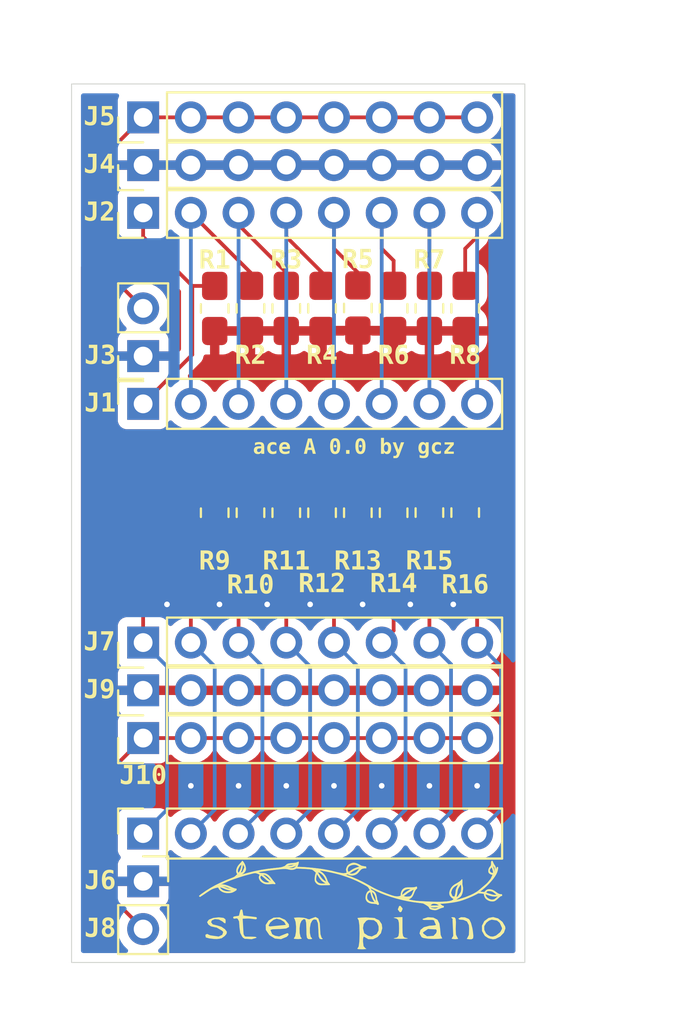
<source format=kicad_pcb>
(kicad_pcb (version 20240108) (generator "pcbnew") (generator_version "8.0")
  (layers (0 "F.Cu" signal) (31 "B.Cu" signal) (34 "B.Paste" user) (35 "F.Paste" user) (36 "B.SilkS" user "B.Silkscreen") (37 "F.SilkS" user "F.Silkscreen") (38 "B.Mask" user) (39 "F.Mask" user) (44 "Edge.Cuts" user))
  (net 0 "")
  (net 1 "Net-(J1-Pin_8)")
  (net 2 "Net-(J1-Pin_3)")
  (net 3 "Net-(J1-Pin_5)")
  (net 4 "Net-(J1-Pin_1)")
  (net 5 "Net-(J1-Pin_7)")
  (net 6 "Net-(J1-Pin_2)")
  (net 7 "Net-(J1-Pin_6)")
  (net 8 "Net-(J1-Pin_4)")
  (net 9 "Net-(J3-Pin_2)")
  (net 10 "Net-(J6-Pin_7)")
  (net 11 "Net-(J6-Pin_6)")
  (net 12 "Net-(J6-Pin_4)")
  (net 13 "Net-(J6-Pin_8)")
  (net 14 "Net-(J6-Pin_5)")
  (net 15 "Net-(J6-Pin_3)")
  (net 16 "Net-(J10-Pin_1)")
  (net 17 "Net-(J6-Pin_1)")
  (net 18 "Net-(J6-Pin_2)")
  (net 19 "GND")
  (footprint "stem_piano_footprints:R_0805_2012_1.20x1.40mm_medpad" (layer "F.Cu") (at 132.715 45.72 -90)
    (property "Reference" "R2" (at 2.54 0 180) (layer "F.SilkS") (effects (font (thickness 0.2) (bold yes))))
    (property "Value" "R" (hide yes))
    (pad "1" smd roundrect (at -1.2 0 270) (size 1.5 1.35) (layers "F.Cu" "F.Paste" "F.Mask") (roundrect_rratio 0.208) (net 6 "Net-(J1-Pin_2)"))
    (pad "2" smd roundrect (at 1.2 0 270) (size 1.5 1.35) (layers "F.Cu" "F.Paste" "F.Mask") (roundrect_rratio 0.208) (net 19 "GND"))
  )
  (footprint "stem_piano_footprints:R_0805_2012_1.20x1.40mm_medpad" (layer "F.Cu") (at 144.145 45.72 -90)
    (property "Reference" "R8" (at 2.54 0 180) (layer "F.SilkS") (effects (font (thickness 0.2) (bold yes))))
    (property "Value" "R" (hide yes))
    (pad "1" smd roundrect (at -1.2 0 270) (size 1.5 1.35) (layers "F.Cu" "F.Paste" "F.Mask") (roundrect_rratio 0.208) (net 1 "Net-(J1-Pin_8)"))
    (pad "2" smd roundrect (at 1.2 0 270) (size 1.5 1.35) (layers "F.Cu" "F.Paste" "F.Mask") (roundrect_rratio 0.208) (net 19 "GND"))
  )
  (footprint "stem_piano_footprints:R_0805_2012_1.20x1.40mm_medpad" (layer "F.Cu") (at 130.81 56.5912 90)
    (property "Reference" "R9" (at -2.61 0 0) (layer "F.SilkS") (effects (font (thickness 0.2) (bold yes))))
    (property "Value" "R" (hide yes))
    (pad "1" smd roundrect (at -1.2 0 90) (size 1.5 1.35) (layers "F.Cu" "F.Paste" "F.Mask") (roundrect_rratio 0.208) (net 17 "Net-(J6-Pin_1)"))
    (pad "2" smd roundrect (at 1.2 0 90) (size 1.5 1.35) (layers "F.Cu" "F.Paste" "F.Mask") (roundrect_rratio 0.208) (net 19 "GND"))
  )
  (footprint "stem_piano_footprints:R_0805_2012_1.20x1.40mm_medpad" (layer "F.Cu") (at 142.24 56.585 90)
    (property "Reference" "R15" (at -2.61 0 0) (layer "F.SilkS") (effects (font (thickness 0.2) (bold yes))))
    (property "Value" "R" (hide yes))
    (pad "1" smd roundrect (at -1.2 0 90) (size 1.5 1.35) (layers "F.Cu" "F.Paste" "F.Mask") (roundrect_rratio 0.208) (net 10 "Net-(J6-Pin_7)"))
    (pad "2" smd roundrect (at 1.2 0 90) (size 1.5 1.35) (layers "F.Cu" "F.Paste" "F.Mask") (roundrect_rratio 0.208) (net 19 "GND"))
  )
  (footprint "Connector_PinSocket_2.54mm:PinSocket_1x08_P2.54mm_Vertical" (layer "F.Cu") (at 127 73.66 90)
    (property "Reference" "J6" (at -2.54 -2.286 0) (layer "F.SilkS") (effects (font (thickness 0.2) (bold yes))))
    (property "Value" "Conn_01x08_Socket")
    (pad "1" thru_hole rect (at 0 0 90) (size 1.7 1.7) (drill 1) (layers "*.Cu" "*.Mask") (net 17 "Net-(J6-Pin_1)"))
    (pad "2" thru_hole oval (at 0 2.54 90) (size 1.7 1.7) (drill 1) (layers "*.Cu" "*.Mask") (net 18 "Net-(J6-Pin_2)"))
    (pad "3" thru_hole oval (at 0 5.08 90) (size 1.7 1.7) (drill 1) (layers "*.Cu" "*.Mask") (net 15 "Net-(J6-Pin_3)"))
    (pad "4" thru_hole oval (at 0 7.62 90) (size 1.7 1.7) (drill 1) (layers "*.Cu" "*.Mask") (net 12 "Net-(J6-Pin_4)"))
    (pad "5" thru_hole oval (at 0 10.16 90) (size 1.7 1.7) (drill 1) (layers "*.Cu" "*.Mask") (net 14 "Net-(J6-Pin_5)"))
    (pad "6" thru_hole oval (at 0 12.7 90) (size 1.7 1.7) (drill 1) (layers "*.Cu" "*.Mask") (net 11 "Net-(J6-Pin_6)"))
    (pad "7" thru_hole oval (at 0 15.24 90) (size 1.7 1.7) (drill 1) (layers "*.Cu" "*.Mask") (net 10 "Net-(J6-Pin_7)"))
    (pad "8" thru_hole oval (at 0 17.78 90) (size 1.7 1.7) (drill 1) (layers "*.Cu" "*.Mask") (net 13 "Net-(J6-Pin_8)"))
  )
  (footprint "Connector_PinHeader_2.54mm:PinHeader_1x08_P2.54mm_Vertical" (layer "F.Cu") (at 127 66.04 90)
    (property "Reference" "J9" (at 0 -2.33 0) (layer "F.SilkS") (effects (font (thickness 0.2) (bold yes))))
    (property "Value" "Conn_01x08_Pin")
    (pad "1" thru_hole rect (at 0 0 90) (size 1.7 1.7) (drill 1) (layers "*.Cu" "*.Mask") (net 19 "GND"))
    (pad "2" thru_hole oval (at 0 2.54 90) (size 1.7 1.7) (drill 1) (layers "*.Cu" "*.Mask") (net 19 "GND"))
    (pad "3" thru_hole oval (at 0 5.08 90) (size 1.7 1.7) (drill 1) (layers "*.Cu" "*.Mask") (net 19 "GND"))
    (pad "4" thru_hole oval (at 0 7.62 90) (size 1.7 1.7) (drill 1) (layers "*.Cu" "*.Mask") (net 19 "GND"))
    (pad "5" thru_hole oval (at 0 10.16 90) (size 1.7 1.7) (drill 1) (layers "*.Cu" "*.Mask") (net 19 "GND"))
    (pad "6" thru_hole oval (at 0 12.7 90) (size 1.7 1.7) (drill 1) (layers "*.Cu" "*.Mask") (net 19 "GND"))
    (pad "7" thru_hole oval (at 0 15.24 90) (size 1.7 1.7) (drill 1) (layers "*.Cu" "*.Mask") (net 19 "GND"))
    (pad "8" thru_hole oval (at 0 17.78 90) (size 1.7 1.7) (drill 1) (layers "*.Cu" "*.Mask") (net 19 "GND"))
  )
  (footprint "stem_piano_footprints:R_0805_2012_1.20x1.40mm_medpad" (layer "F.Cu") (at 134.62 45.72 -90)
    (property "Reference" "R3" (at -2.54 0 180) (layer "F.SilkS") (effects (font (thickness 0.2) (bold yes))))
    (property "Value" "R" (hide yes))
    (pad "1" smd roundrect (at -1.2 0 270) (size 1.5 1.35) (layers "F.Cu" "F.Paste" "F.Mask") (roundrect_rratio 0.208) (net 2 "Net-(J1-Pin_3)"))
    (pad "2" smd roundrect (at 1.2 0 270) (size 1.5 1.35) (layers "F.Cu" "F.Paste" "F.Mask") (roundrect_rratio 0.208) (net 19 "GND"))
  )
  (footprint "stem_piano_footprints:R_0805_2012_1.20x1.40mm_medpad" (layer "F.Cu") (at 144.145 56.585 90)
    (property "Reference" "R16" (at -3.88 0 0) (layer "F.SilkS") (effects (font (thickness 0.2) (bold yes))))
    (property "Value" "R" (hide yes))
    (pad "1" smd roundrect (at -1.2 0 90) (size 1.5 1.35) (layers "F.Cu" "F.Paste" "F.Mask") (roundrect_rratio 0.208) (net 13 "Net-(J6-Pin_8)"))
    (pad "2" smd roundrect (at 1.2 0 90) (size 1.5 1.35) (layers "F.Cu" "F.Paste" "F.Mask") (roundrect_rratio 0.208) (net 19 "GND"))
  )
  (footprint "stem_piano_footprints:R_0805_2012_1.20x1.40mm_medpad" (layer "F.Cu") (at 142.24 45.72 -90)
    (property "Reference" "R7" (at -2.54 0 180) (layer "F.SilkS") (effects (font (thickness 0.2) (bold yes))))
    (property "Value" "R" (hide yes))
    (pad "1" smd roundrect (at -1.2 0 270) (size 1.5 1.35) (layers "F.Cu" "F.Paste" "F.Mask") (roundrect_rratio 0.208) (net 5 "Net-(J1-Pin_7)"))
    (pad "2" smd roundrect (at 1.2 0 270) (size 1.5 1.35) (layers "F.Cu" "F.Paste" "F.Mask") (roundrect_rratio 0.208) (net 19 "GND"))
  )
  (footprint "stem_piano_footprints:R_0805_2012_1.20x1.40mm_medpad" (layer "F.Cu") (at 132.715 56.5912 90)
    (property "Reference" "R10" (at -3.88 0 0) (layer "F.SilkS") (effects (font (thickness 0.2) (bold yes))))
    (property "Value" "R" (hide yes))
    (pad "1" smd roundrect (at -1.2 0 90) (size 1.5 1.35) (layers "F.Cu" "F.Paste" "F.Mask") (roundrect_rratio 0.208) (net 18 "Net-(J6-Pin_2)"))
    (pad "2" smd roundrect (at 1.2 0 90) (size 1.5 1.35) (layers "F.Cu" "F.Paste" "F.Mask") (roundrect_rratio 0.208) (net 19 "GND"))
  )
  (footprint "Connector_PinHeader_2.54mm:PinHeader_1x08_P2.54mm_Vertical" (layer "F.Cu") (at 127 68.58 90)
    (property "Reference" "J10" (at -2.032 0 0) (layer "F.SilkS") (effects (font (thickness 0.2) (bold yes))))
    (property "Value" "Conn_01x08_Pin")
    (pad "1" thru_hole rect (at 0 0 90) (size 1.7 1.7) (drill 1) (layers "*.Cu" "*.Mask") (net 16 "Net-(J10-Pin_1)"))
    (pad "2" thru_hole oval (at 0 2.54 90) (size 1.7 1.7) (drill 1) (layers "*.Cu" "*.Mask") (net 16 "Net-(J10-Pin_1)"))
    (pad "3" thru_hole oval (at 0 5.08 90) (size 1.7 1.7) (drill 1) (layers "*.Cu" "*.Mask") (net 16 "Net-(J10-Pin_1)"))
    (pad "4" thru_hole oval (at 0 7.62 90) (size 1.7 1.7) (drill 1) (layers "*.Cu" "*.Mask") (net 16 "Net-(J10-Pin_1)"))
    (pad "5" thru_hole oval (at 0 10.16 90) (size 1.7 1.7) (drill 1) (layers "*.Cu" "*.Mask") (net 16 "Net-(J10-Pin_1)"))
    (pad "6" thru_hole oval (at 0 12.7 90) (size 1.7 1.7) (drill 1) (layers "*.Cu" "*.Mask") (net 16 "Net-(J10-Pin_1)"))
    (pad "7" thru_hole oval (at 0 15.24 90) (size 1.7 1.7) (drill 1) (layers "*.Cu" "*.Mask") (net 16 "Net-(J10-Pin_1)"))
    (pad "8" thru_hole oval (at 0 17.78 90) (size 1.7 1.7) (drill 1) (layers "*.Cu" "*.Mask") (net 16 "Net-(J10-Pin_1)"))
  )
  (footprint "Connector_PinHeader_2.54mm:PinHeader_1x08_P2.54mm_Vertical" (layer "F.Cu") (at 127 40.64 90)
    (property "Reference" "J2" (at 0 -2.33 0) (layer "F.SilkS") (effects (font (thickness 0.2) (bold yes))))
    (property "Value" "Conn_01x08_Pin")
    (pad "1" thru_hole rect (at 0 0 90) (size 1.7 1.7) (drill 1) (layers "*.Cu" "*.Mask") (net 4 "Net-(J1-Pin_1)"))
    (pad "2" thru_hole oval (at 0 2.54 90) (size 1.7 1.7) (drill 1) (layers "*.Cu" "*.Mask") (net 6 "Net-(J1-Pin_2)"))
    (pad "3" thru_hole oval (at 0 5.08 90) (size 1.7 1.7) (drill 1) (layers "*.Cu" "*.Mask") (net 2 "Net-(J1-Pin_3)"))
    (pad "4" thru_hole oval (at 0 7.62 90) (size 1.7 1.7) (drill 1) (layers "*.Cu" "*.Mask") (net 8 "Net-(J1-Pin_4)"))
    (pad "5" thru_hole oval (at 0 10.16 90) (size 1.7 1.7) (drill 1) (layers "*.Cu" "*.Mask") (net 3 "Net-(J1-Pin_5)"))
    (pad "6" thru_hole oval (at 0 12.7 90) (size 1.7 1.7) (drill 1) (layers "*.Cu" "*.Mask") (net 7 "Net-(J1-Pin_6)"))
    (pad "7" thru_hole oval (at 0 15.24 90) (size 1.7 1.7) (drill 1) (layers "*.Cu" "*.Mask") (net 5 "Net-(J1-Pin_7)"))
    (pad "8" thru_hole oval (at 0 17.78 90) (size 1.7 1.7) (drill 1) (layers "*.Cu" "*.Mask") (net 1 "Net-(J1-Pin_8)"))
  )
  (footprint "stem_piano_footprints:stem_branch_07_inch" (layer "F.Cu") (at 137.922 76.454)
    (property "Reference" "G***" (hide yes))
    (property "Value" "LOGO" (hide yes))
  )
  (footprint "stem_piano_footprints:R_0805_2012_1.20x1.40mm_medpad" (layer "F.Cu") (at 134.62 56.5912 90)
    (property "Reference" "R11" (at -2.61 0 0) (layer "F.SilkS") (effects (font (thickness 0.2) (bold yes))))
    (property "Value" "R" (hide yes))
    (pad "1" smd roundrect (at -1.2 0 90) (size 1.5 1.35) (layers "F.Cu" "F.Paste" "F.Mask") (roundrect_rratio 0.208) (net 15 "Net-(J6-Pin_3)"))
    (pad "2" smd roundrect (at 1.2 0 90) (size 1.5 1.35) (layers "F.Cu" "F.Paste" "F.Mask") (roundrect_rratio 0.208) (net 19 "GND"))
  )
  (footprint "stem_piano_footprints:stem_name_07_inch" (layer "F.Cu") (at 138.43 78.74)
    (property "Reference" "G***" (hide yes))
    (property "Value" "LOGO" (hide yes))
  )
  (footprint "stem_piano_footprints:R_0805_2012_1.20x1.40mm_medpad" (layer "F.Cu") (at 130.81 45.7262 -90)
    (property "Reference" "R1" (at -2.54 0 180) (layer "F.SilkS") (effects (font (thickness 0.2) (bold yes))))
    (property "Value" "R" (hide yes))
    (pad "1" smd roundrect (at -1.2 0 270) (size 1.5 1.35) (layers "F.Cu" "F.Paste" "F.Mask") (roundrect_rratio 0.208) (net 4 "Net-(J1-Pin_1)"))
    (pad "2" smd roundrect (at 1.2 0 270) (size 1.5 1.35) (layers "F.Cu" "F.Paste" "F.Mask") (roundrect_rratio 0.208) (net 19 "GND"))
  )
  (footprint "Connector_PinHeader_2.54mm:PinHeader_1x08_P2.54mm_Vertical" (layer "F.Cu") (at 127 63.5 90)
    (property "Reference" "J7" (at 0 -2.33 0) (layer "F.SilkS") (effects (font (thickness 0.2) (bold yes))))
    (property "Value" "Conn_01x08_Pin")
    (pad "1" thru_hole rect (at 0 0 90) (size 1.7 1.7) (drill 1) (layers "*.Cu" "*.Mask") (net 17 "Net-(J6-Pin_1)"))
    (pad "2" thru_hole oval (at 0 2.54 90) (size 1.7 1.7) (drill 1) (layers "*.Cu" "*.Mask") (net 18 "Net-(J6-Pin_2)"))
    (pad "3" thru_hole oval (at 0 5.08 90) (size 1.7 1.7) (drill 1) (layers "*.Cu" "*.Mask") (net 15 "Net-(J6-Pin_3)"))
    (pad "4" thru_hole oval (at 0 7.62 90) (size 1.7 1.7) (drill 1) (layers "*.Cu" "*.Mask") (net 12 "Net-(J6-Pin_4)"))
    (pad "5" thru_hole oval (at 0 10.16 90) (size 1.7 1.7) (drill 1) (layers "*.Cu" "*.Mask") (net 14 "Net-(J6-Pin_5)"))
    (pad "6" thru_hole oval (at 0 12.7 90) (size 1.7 1.7) (drill 1) (layers "*.Cu" "*.Mask") (net 11 "Net-(J6-Pin_6)"))
    (pad "7" thru_hole oval (at 0 15.24 90) (size 1.7 1.7) (drill 1) (layers "*.Cu" "*.Mask") (net 10 "Net-(J6-Pin_7)"))
    (pad "8" thru_hole oval (at 0 17.78 90) (size 1.7 1.7) (drill 1) (layers "*.Cu" "*.Mask") (net 13 "Net-(J6-Pin_8)"))
  )
  (footprint "Connector_PinSocket_2.54mm:PinSocket_1x08_P2.54mm_Vertical" (layer "F.Cu") (at 127 50.8 90)
    (property "Reference" "J1" (at 0 -2.286 0) (layer "F.SilkS") (effects (font (thickness 0.2) (bold yes))))
    (property "Value" "Conn_01x08_Socket")
    (pad "1" thru_hole rect (at 0 0 90) (size 1.7 1.7) (drill 1) (layers "*.Cu" "*.Mask") (net 4 "Net-(J1-Pin_1)"))
    (pad "2" thru_hole oval (at 0 2.54 90) (size 1.7 1.7) (drill 1) (layers "*.Cu" "*.Mask") (net 6 "Net-(J1-Pin_2)"))
    (pad "3" thru_hole oval (at 0 5.08 90) (size 1.7 1.7) (drill 1) (layers "*.Cu" "*.Mask") (net 2 "Net-(J1-Pin_3)"))
    (pad "4" thru_hole oval (at 0 7.62 90) (size 1.7 1.7) (drill 1) (layers "*.Cu" "*.Mask") (net 8 "Net-(J1-Pin_4)"))
    (pad "5" thru_hole oval (at 0 10.16 90) (size 1.7 1.7) (drill 1) (layers "*.Cu" "*.Mask") (net 3 "Net-(J1-Pin_5)"))
    (pad "6" thru_hole oval (at 0 12.7 90) (size 1.7 1.7) (drill 1) (layers "*.Cu" "*.Mask") (net 7 "Net-(J1-Pin_6)"))
    (pad "7" thru_hole oval (at 0 15.24 90) (size 1.7 1.7) (drill 1) (layers "*.Cu" "*.Mask") (net 5 "Net-(J1-Pin_7)"))
    (pad "8" thru_hole oval (at 0 17.78 90) (size 1.7 1.7) (drill 1) (layers "*.Cu" "*.Mask") (net 1 "Net-(J1-Pin_8)"))
  )
  (footprint "stem_piano_footprints:R_0805_2012_1.20x1.40mm_medpad" (layer "F.Cu") (at 136.525 45.72 -90)
    (property "Reference" "R4" (at 2.54 0 180) (layer "F.SilkS") (effects (font (thickness 0.2) (bold yes))))
    (property "Value" "R" (hide yes))
    (pad "1" smd roundrect (at -1.2 0 270) (size 1.5 1.35) (layers "F.Cu" "F.Paste" "F.Mask") (roundrect_rratio 0.208) (net 8 "Net-(J1-Pin_4)"))
    (pad "2" smd roundrect (at 1.2 0 270) (size 1.5 1.35) (layers "F.Cu" "F.Paste" "F.Mask") (roundrect_rratio 0.208) (net 19 "GND"))
  )
  (footprint "Connector_PinHeader_2.54mm:PinHeader_1x08_P2.54mm_Vertical" (layer "F.Cu") (at 127 35.56 90)
    (property "Reference" "J5" (at 0 -2.33 0) (layer "F.SilkS") (effects (font (thickness 0.2) (bold yes))))
    (property "Value" "Conn_01x08_Pin")
    (pad "1" thru_hole rect (at 0 0 90) (size 1.7 1.7) (drill 1) (layers "*.Cu" "*.Mask") (net 9 "Net-(J3-Pin_2)"))
    (pad "2" thru_hole oval (at 0 2.54 90) (size 1.7 1.7) (drill 1) (layers "*.Cu" "*.Mask") (net 9 "Net-(J3-Pin_2)"))
    (pad "3" thru_hole oval (at 0 5.08 90) (size 1.7 1.7) (drill 1) (layers "*.Cu" "*.Mask") (net 9 "Net-(J3-Pin_2)"))
    (pad "4" thru_hole oval (at 0 7.62 90) (size 1.7 1.7) (drill 1) (layers "*.Cu" "*.Mask") (net 9 "Net-(J3-Pin_2)"))
    (pad "5" thru_hole oval (at 0 10.16 90) (size 1.7 1.7) (drill 1) (layers "*.Cu" "*.Mask") (net 9 "Net-(J3-Pin_2)"))
    (pad "6" thru_hole oval (at 0 12.7 90) (size 1.7 1.7) (drill 1) (layers "*.Cu" "*.Mask") (net 9 "Net-(J3-Pin_2)"))
    (pad "7" thru_hole oval (at 0 15.24 90) (size 1.7 1.7) (drill 1) (layers "*.Cu" "*.Mask") (net 9 "Net-(J3-Pin_2)"))
    (pad "8" thru_hole oval (at 0 17.78 90) (size 1.7 1.7) (drill 1) (layers "*.Cu" "*.Mask") (net 9 "Net-(J3-Pin_2)"))
  )
  (footprint "stem_piano_footprints:R_0805_2012_1.20x1.40mm_medpad" (layer "F.Cu") (at 138.43 45.7008 -90)
    (property "Reference" "R5" (at -2.54 0 180) (layer "F.SilkS") (effects (font (thickness 0.2) (bold yes))))
    (property "Value" "R" (hide yes))
    (pad "1" smd roundrect (at -1.2 0 270) (size 1.5 1.35) (layers "F.Cu" "F.Paste" "F.Mask") (roundrect_rratio 0.208) (net 3 "Net-(J1-Pin_5)"))
    (pad "2" smd roundrect (at 1.2 0 270) (size 1.5 1.35) (layers "F.Cu" "F.Paste" "F.Mask") (roundrect_rratio 0.208) (net 19 "GND"))
  )
  (footprint "Connector_PinHeader_2.54mm:PinHeader_1x08_P2.54mm_Vertical" (layer "F.Cu") (at 127 38.1 90)
    (property "Reference" "J4" (at 0 -2.33 0) (layer "F.SilkS") (effects (font (thickness 0.2) (bold yes))))
    (property "Value" "Conn_01x08_Pin")
    (pad "1" thru_hole rect (at 0 0 90) (size 1.7 1.7) (drill 1) (layers "*.Cu" "*.Mask") (net 19 "GND"))
    (pad "2" thru_hole oval (at 0 2.54 90) (size 1.7 1.7) (drill 1) (layers "*.Cu" "*.Mask") (net 19 "GND"))
    (pad "3" thru_hole oval (at 0 5.08 90) (size 1.7 1.7) (drill 1) (layers "*.Cu" "*.Mask") (net 19 "GND"))
    (pad "4" thru_hole oval (at 0 7.62 90) (size 1.7 1.7) (drill 1) (layers "*.Cu" "*.Mask") (net 19 "GND"))
    (pad "5" thru_hole oval (at 0 10.16 90) (size 1.7 1.7) (drill 1) (layers "*.Cu" "*.Mask") (net 19 "GND"))
    (pad "6" thru_hole oval (at 0 12.7 90) (size 1.7 1.7) (drill 1) (layers "*.Cu" "*.Mask") (net 19 "GND"))
    (pad "7" thru_hole oval (at 0 15.24 90) (size 1.7 1.7) (drill 1) (layers "*.Cu" "*.Mask") (net 19 "GND"))
    (pad "8" thru_hole oval (at 0 17.78 90) (size 1.7 1.7) (drill 1) (layers "*.Cu" "*.Mask") (net 19 "GND"))
  )
  (footprint "stem_piano_footprints:R_0805_2012_1.20x1.40mm_medpad" (layer "F.Cu") (at 136.525 56.5912 90)
    (property "Reference" "R12" (at -3.81 0 0) (layer "F.SilkS") (effects (font (thickness 0.2) (bold yes))))
    (property "Value" "R" (hide yes))
    (pad "1" smd roundrect (at -1.2 0 90) (size 1.5 1.35) (layers "F.Cu" "F.Paste" "F.Mask") (roundrect_rratio 0.208) (net 12 "Net-(J6-Pin_4)"))
    (pad "2" smd roundrect (at 1.2 0 90) (size 1.5 1.35) (layers "F.Cu" "F.Paste" "F.Mask") (roundrect_rratio 0.208) (net 19 "GND"))
  )
  (footprint "Connector_PinSocket_2.54mm:PinSocket_1x02_P2.54mm_Vertical" (layer "F.Cu") (at 127 76.2)
    (property "Reference" "J8" (at -2.286 2.54 0) (layer "F.SilkS") (effects (font (thickness 0.2) (bold yes))))
    (property "Value" "Conn_01x02_Socket")
    (pad "1" thru_hole rect (at 0 0) (size 1.7 1.7) (drill 1) (layers "*.Cu" "*.Mask") (net 19 "GND"))
    (pad "2" thru_hole oval (at 0 2.54) (size 1.7 1.7) (drill 1) (layers "*.Cu" "*.Mask") (net 16 "Net-(J10-Pin_1)"))
  )
  (footprint "stem_piano_footprints:R_0805_2012_1.20x1.40mm_medpad" (layer "F.Cu") (at 140.335 56.5912 90)
    (property "Reference" "R14" (at -3.81 0 0) (layer "F.SilkS") (effects (font (thickness 0.2) (bold yes))))
    (property "Value" "R" (hide yes))
    (pad "1" smd roundrect (at -1.2 0 90) (size 1.5 1.35) (layers "F.Cu" "F.Paste" "F.Mask") (roundrect_rratio 0.208) (net 11 "Net-(J6-Pin_6)"))
    (pad "2" smd roundrect (at 1.2 0 90) (size 1.5 1.35) (layers "F.Cu" "F.Paste" "F.Mask") (roundrect_rratio 0.208) (net 19 "GND"))
  )
  (footprint "stem_piano_footprints:R_0805_2012_1.20x1.40mm_medpad" (layer "F.Cu") (at 140.335 45.72 -90)
    (property "Reference" "R6" (at 2.54 0 180) (layer "F.SilkS") (effects (font (thickness 0.2) (bold yes))))
    (property "Value" "R" (hide yes))
    (pad "1" smd roundrect (at -1.2 0 270) (size 1.5 1.35) (layers "F.Cu" "F.Paste" "F.Mask") (roundrect_rratio 0.208) (net 7 "Net-(J1-Pin_6)"))
    (pad "2" smd roundrect (at 1.2 0 270) (size 1.5 1.35) (layers "F.Cu" "F.Paste" "F.Mask") (roundrect_rratio 0.208) (net 19 "GND"))
  )
  (footprint "Connector_PinSocket_2.54mm:PinSocket_1x02_P2.54mm_Vertical" (layer "F.Cu") (at 127 48.26 180)
    (property "Reference" "J3" (at 2.286 0 180) (layer "F.SilkS") (effects (font (thickness 0.2) (bold yes))))
    (property "Value" "Conn_01x02_Socket")
    (pad "1" thru_hole rect (at 0 0 180) (size 1.7 1.7) (drill 1) (layers "*.Cu" "*.Mask") (net 19 "GND"))
    (pad "2" thru_hole oval (at 0 2.54 180) (size 1.7 1.7) (drill 1) (layers "*.Cu" "*.Mask") (net 9 "Net-(J3-Pin_2)"))
  )
  (footprint "stem_piano_footprints:R_0805_2012_1.20x1.40mm_medpad" (layer "F.Cu") (at 138.43 56.5912 90)
    (property "Reference" "R13" (at -2.61 0 0) (layer "F.SilkS") (effects (font (thickness 0.2) (bold yes))))
    (property "Value" "R" (hide yes))
    (pad "1" smd roundrect (at -1.2 0 90) (size 1.5 1.35) (layers "F.Cu" "F.Paste" "F.Mask") (roundrect_rratio 0.208) (net 14 "Net-(J6-Pin_5)"))
    (pad "2" smd roundrect (at 1.2 0 90) (size 1.5 1.35) (layers "F.Cu" "F.Paste" "F.Mask") (roundrect_rratio 0.208) (net 19 "GND"))
  )
  (gr_rect (start 123.19 33.782) (end 147.32 80.518) (stroke (width 0.05)) (fill none) (layer "Edge.Cuts"))
  (gr_text "ace A 0.0 by gcz" (at 132.842 53.594 0) (layer "F.SilkS") (effects (font (size 0.8 0.8) (thickness 0.125) (bold yes)) (justify left bottom)))
  (segment (start 144.78 41.91) (end 144.78 40.64) (width 0.2) (layer "F.Cu") (net 1))
  (segment (start 144.145 44.52) (end 144.145 42.545) (width 0.2) (layer "F.Cu") (net 1))
  (segment (start 144.145 42.545) (end 144.78 41.91) (width 0.2) (layer "F.Cu") (net 1))
  (segment (start 144.78 50.8) (end 144.78 40.64) (width 0.2) (layer "B.Cu") (net 1))
  (segment (start 134.62 43.815) (end 132.08 41.275) (width 0.2) (layer "F.Cu") (net 2))
  (segment (start 134.62 44.52) (end 134.62 43.815) (width 0.2) (layer "F.Cu") (net 2))
  (segment (start 132.08 41.275) (end 132.08 40.64) (width 0.2) (layer "F.Cu") (net 2))
  (segment (start 132.08 50.8) (end 132.08 40.64) (width 0.2) (layer "B.Cu") (net 2))
  (segment (start 137.16 42.545) (end 137.16 40.64) (width 0.2) (layer "F.Cu") (net 3))
  (segment (start 138.43 44.5008) (end 138.43 43.815) (width 0.2) (layer "F.Cu") (net 3))
  (segment (start 138.43 43.815) (end 137.16 42.545) (width 0.2) (layer "F.Cu") (net 3))
  (segment (start 137.16 40.64) (end 137.16 50.8) (width 0.2) (layer "B.Cu") (net 3))
  (segment (start 130.81 44.5262) (end 129.6162 44.5262) (width 0.2) (layer "F.Cu") (net 4))
  (segment (start 127 50.8) (end 129.6162 48.1838) (width 0.2) (layer "F.Cu") (net 4))
  (segment (start 127 41.91) (end 127 40.64) (width 0.2) (layer "F.Cu") (net 4))
  (segment (start 129.6162 48.1838) (end 129.6162 44.5262) (width 0.2) (layer "F.Cu") (net 4))
  (segment (start 129.6162 44.5262) (end 127 41.91) (width 0.2) (layer "F.Cu") (net 4))
  (segment (start 142.24 44.52) (end 142.24 40.64) (width 0.2) (layer "F.Cu") (net 5))
  (segment (start 142.24 50.8) (end 142.24 40.64) (width 0.2) (layer "B.Cu") (net 5))
  (segment (start 132.715 44.52) (end 132.715 43.815) (width 0.2) (layer "F.Cu") (net 6))
  (segment (start 132.715 43.815) (end 129.54 40.64) (width 0.2) (layer "F.Cu") (net 6))
  (segment (start 129.54 40.64) (end 129.54 50.8) (width 0.2) (layer "B.Cu") (net 6))
  (segment (start 139.7 42.545) (end 139.7 40.64) (width 0.2) (layer "F.Cu") (net 7))
  (segment (start 140.335 44.52) (end 140.335 43.18) (width 0.2) (layer "F.Cu") (net 7))
  (segment (start 140.335 43.18) (end 139.7 42.545) (width 0.2) (layer "F.Cu") (net 7))
  (segment (start 139.7 50.8) (end 139.7 40.64) (width 0.2) (layer "B.Cu") (net 7))
  (segment (start 136.525 44.52) (end 136.525 43.815) (width 0.2) (layer "F.Cu") (net 8))
  (segment (start 134.62 41.91) (end 134.62 40.64) (width 0.2) (layer "F.Cu") (net 8))
  (segment (start 136.525 43.815) (end 134.62 41.91) (width 0.2) (layer "F.Cu") (net 8))
  (segment (start 134.62 40.64) (end 134.62 50.8) (width 0.2) (layer "B.Cu") (net 8))
  (segment (start 127 45.72) (end 124.46 43.18) (width 0.2) (layer "F.Cu") (net 9))
  (segment (start 124.46 38.1) (end 127 35.56) (width 0.2) (layer "F.Cu") (net 9))
  (segment (start 124.46 43.18) (end 124.46 38.1) (width 0.2) (layer "F.Cu") (net 9))
  (segment (start 127 35.56) (end 144.78 35.56) (width 0.2) (layer "F.Cu") (net 9))
  (segment (start 142.24 57.785) (end 142.24 63.5) (width 0.2) (layer "F.Cu") (net 10))
  (segment (start 143.39 64.65) (end 143.39 72.51) (width 0.2) (layer "B.Cu") (net 10))
  (segment (start 143.39 72.51) (end 142.24 73.66) (width 0.2) (layer "B.Cu") (net 10))
  (segment (start 142.24 63.5) (end 143.39 64.65) (width 0.2) (layer "B.Cu") (net 10))
  (segment (start 140.335 62.865) (end 139.7 63.5) (width 0.2) (layer "F.Cu") (net 11))
  (segment (start 140.335 57.7912) (end 140.335 62.865) (width 0.2) (layer "F.Cu") (net 11))
  (segment (start 140.97 64.77) (end 140.97 72.39) (width 0.2) (layer "B.Cu") (net 11))
  (segment (start 139.7 63.5) (end 140.97 64.77) (width 0.2) (layer "B.Cu") (net 11))
  (segment (start 140.97 72.39) (end 139.7 73.66) (width 0.2) (layer "B.Cu") (net 11))
  (segment (start 136.525 59.055) (end 134.62 60.96) (width 0.2) (layer "F.Cu") (net 12))
  (segment (start 134.62 60.96) (end 134.62 63.5) (width 0.2) (layer "F.Cu") (net 12))
  (segment (start 136.525 57.7912) (end 136.525 59.055) (width 0.2) (layer "F.Cu") (net 12))
  (segment (start 135.89 72.39) (end 134.62 73.66) (width 0.2) (layer "B.Cu") (net 12))
  (segment (start 135.89 64.77) (end 135.89 72.39) (width 0.2) (layer "B.Cu") (net 12))
  (segment (start 134.62 63.5) (end 135.89 64.77) (width 0.2) (layer "B.Cu") (net 12))
  (segment (start 144.145 59.69) (end 144.78 60.325) (width 0.2) (layer "F.Cu") (net 13))
  (segment (start 144.145 57.785) (end 144.145 59.69) (width 0.2) (layer "F.Cu") (net 13))
  (segment (start 144.78 60.325) (end 144.78 63.5) (width 0.2) (layer "F.Cu") (net 13))
  (segment (start 146.05 64.77) (end 146.05 72.39) (width 0.2) (layer "B.Cu") (net 13))
  (segment (start 146.05 72.39) (end 144.78 73.66) (width 0.2) (layer "B.Cu") (net 13))
  (segment (start 144.78 63.5) (end 146.05 64.77) (width 0.2) (layer "B.Cu") (net 13))
  (segment (start 138.43 57.7912) (end 138.43 59.69) (width 0.2) (layer "F.Cu") (net 14))
  (segment (start 137.16 60.96) (end 137.16 63.5) (width 0.2) (layer "F.Cu") (net 14))
  (segment (start 138.43 59.69) (end 137.16 60.96) (width 0.2) (layer "F.Cu") (net 14))
  (segment (start 138.43 72.39) (end 137.16 73.66) (width 0.2) (layer "B.Cu") (net 14))
  (segment (start 137.16 63.5) (end 138.43 64.77) (width 0.2) (layer "B.Cu") (net 14))
  (segment (start 138.43 64.77) (end 138.43 72.39) (width 0.2) (layer "B.Cu") (net 14))
  (segment (start 132.08 61.595) (end 132.08 63.5) (width 0.2) (layer "F.Cu") (net 15))
  (segment (start 134.62 59.055) (end 132.08 61.595) (width 0.2) (layer "F.Cu") (net 15))
  (segment (start 134.62 57.7912) (end 134.62 59.055) (width 0.2) (layer "F.Cu") (net 15))
  (segment (start 133.35 64.77) (end 133.35 72.39) (width 0.2) (layer "B.Cu") (net 15))
  (segment (start 133.35 72.39) (end 132.08 73.66) (width 0.2) (layer "B.Cu") (net 15))
  (segment (start 132.08 63.5) (end 133.35 64.77) (width 0.2) (layer "B.Cu") (net 15))
  (segment (start 127 78.74) (end 124.46 76.2) (width 0.2) (layer "F.Cu") (net 16))
  (segment (start 124.46 71.12) (end 127 68.58) (width 0.2) (layer "F.Cu") (net 16))
  (segment (start 124.46 76.2) (end 124.46 71.12) (width 0.2) (layer "F.Cu") (net 16))
  (segment (start 127 68.58) (end 144.78 68.58) (width 0.2) (layer "F.Cu") (net 16))
  (segment (start 129.5462 57.7912) (end 129.54 57.785) (width 0.2) (layer "F.Cu") (net 17))
  (segment (start 130.81 57.7912) (end 129.5462 57.7912) (width 0.2) (layer "F.Cu") (net 17))
  (segment (start 129.54 57.785) (end 127 60.325) (width 0.2) (layer "F.Cu") (net 17))
  (segment (start 127 60.325) (end 127 63.5) (width 0.2) (layer "F.Cu") (net 17))
  (segment (start 127 63.5) (end 128.27 64.77) (width 0.2) (layer "B.Cu") (net 17))
  (segment (start 128.27 72.39) (end 127 73.66) (width 0.2) (layer "B.Cu") (net 17))
  (segment (start 128.27 64.77) (end 128.27 72.39) (width 0.2) (layer "B.Cu") (net 17))
  (segment (start 132.715 58.42) (end 129.54 61.595) (width 0.2) (layer "F.Cu") (net 18))
  (segment (start 132.715 57.7912) (end 132.715 58.42) (width 0.2) (layer "F.Cu") (net 18))
  (segment (start 129.54 61.595) (end 129.54 63.5) (width 0.2) (layer "F.Cu") (net 18))
  (segment (start 129.54 63.5) (end 130.81 64.77) (width 0.2) (layer "B.Cu") (net 18))
  (segment (start 130.81 64.77) (end 130.81 72.39) (width 0.2) (layer "B.Cu") (net 18))
  (segment (start 130.81 72.39) (end 129.54 73.66) (width 0.2) (layer "B.Cu") (net 18))
  (segment (start 127 38.1) (end 144.78 38.1) (width 0.2) (layer "F.Cu") (net 19))
  (segment (start 127 66.04) (end 144.78 66.04) (width 0.2) (layer "F.Cu") (net 19))
  (via (at 143.51 61.468) (size 0.6) (drill 0.3) (layers "F.Cu" "B.Cu") (net 19))
  (via (at 144.78 71.12) (size 0.6) (drill 0.3) (layers "F.Cu" "B.Cu") (net 19))
  (via (at 133.604 61.468) (size 0.6) (drill 0.3) (layers "F.Cu" "B.Cu") (net 19))
  (via (at 134.62 71.12) (size 0.6) (drill 0.3) (layers "F.Cu" "B.Cu") (net 19))
  (via (at 129.54 71.12) (size 0.6) (drill 0.3) (layers "F.Cu" "B.Cu") (net 19))
  (via (at 135.89 61.468) (size 0.6) (drill 0.3) (layers "F.Cu" "B.Cu") (net 19))
  (via (at 138.684 61.468) (size 0.6) (drill 0.3) (layers "F.Cu" "B.Cu") (net 19))
  (via (at 137.16 71.12) (size 0.6) (drill 0.3) (layers "F.Cu" "B.Cu") (net 19))
  (via (at 128.27 61.468) (size 0.6) (drill 0.3) (layers "F.Cu" "B.Cu") (net 19))
  (via (at 139.7 71.12) (size 0.6) (drill 0.3) (layers "F.Cu" "B.Cu") (net 19))
  (via (at 131.064 61.468) (size 0.6) (drill 0.3) (layers "F.Cu" "B.Cu") (net 19))
  (via (at 141.224 61.468) (size 0.6) (drill 0.3) (layers "F.Cu" "B.Cu") (net 19))
  (via (at 132.08 71.12) (size 0.6) (drill 0.3) (layers "F.Cu" "B.Cu") (net 19))
  (via (at 142.24 71.12) (size 0.6) (drill 0.3) (layers "F.Cu" "B.Cu") (net 19))
  (zone (net 19) (net_name "GND") (layers "F&B.Cu") (connect_pads (clearance 0.5)) (min_thickness 0.25) (fill yes (thermal_gap 0.5) (thermal_bridge_width 0.5))
    (polygon (pts (xy 119.38 30.48) (xy 149.86 30.48) (xy 149.86 83.82) (xy 119.38 83.82)))
  )
)
</source>
